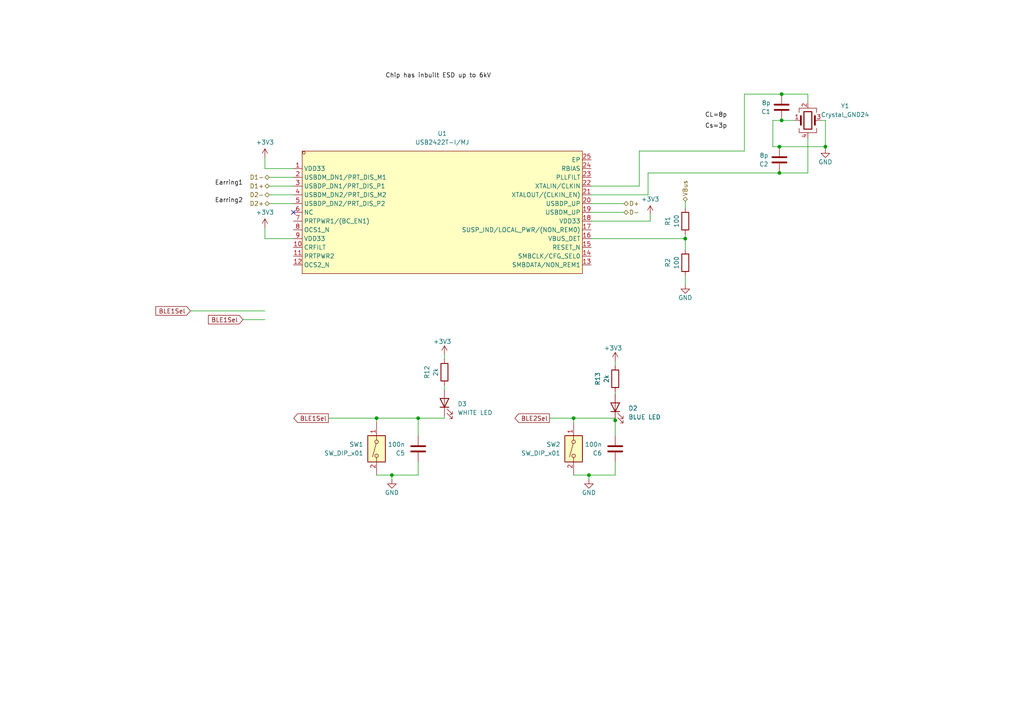
<source format=kicad_sch>
(kicad_sch (version 20230121) (generator eeschema)
  (paper "A4")
  (lib_symbols
    (symbol "Device:C" (pin_numbers hide) (pin_names (offset 0.254))
      (property "Reference" "C" (at 0.635 2.54 0))
      (property "Value" "C" (at 0.635 -2.54 0))
      (symbol "C_0_1"
        (polyline (pts (xy -2.032 -0.762) (xy 2.032 -0.762)) (stroke (width 0.508)))
        (polyline (pts (xy -2.032 0.762) (xy 2.032 0.762)) (stroke (width 0.508)))
      )
      (symbol "C_1_1"
        (pin passive line (at 0 3.81 270) (length 2.794) (name "~") (number "1"))
        (pin passive line (at 0 -3.81 90) (length 2.794) (name "~") (number "2"))
      )
    )
    (symbol "Device:Crystal_GND24" (pin_names (offset 1.016) hide)
      (property "Reference" "Y" (at 3.175 5.08 0))
      (property "Value" "Crystal_GND24" (at 3.175 3.175 0))
      (symbol "Crystal_GND24_0_1"
        (rectangle (start -1.143 2.54) (end 1.143 -2.54) (stroke (width 0.3048)))
        (polyline (pts (xy -2.54 0) (xy -2.032 0)))
        (polyline (pts (xy -2.032 -1.27) (xy -2.032 1.27)) (stroke (width 0.508)))
        (polyline (pts (xy 0 -3.81) (xy 0 -3.556)))
        (polyline (pts (xy 0 3.556) (xy 0 3.81)))
        (polyline (pts (xy 2.032 -1.27) (xy 2.032 1.27)) (stroke (width 0.508)))
        (polyline (pts (xy 2.032 0) (xy 2.54 0)))
        (polyline (pts (xy -2.54 -2.286) (xy -2.54 -3.556) (xy 2.54 -3.556) (xy 2.54 -2.286)))
        (polyline (pts (xy -2.54 2.286) (xy -2.54 3.556) (xy 2.54 3.556) (xy 2.54 2.286)))
      )
      (symbol "Crystal_GND24_1_1"
        (pin passive line (at -3.81 0 0) (length 1.27) (name "1") (number "1"))
        (pin passive line (at 0 5.08 270) (length 1.27) (name "2") (number "2"))
        (pin passive line (at 3.81 0 180) (length 1.27) (name "3") (number "3"))
        (pin passive line (at 0 -5.08 90) (length 1.27) (name "4") (number "4"))
      )
    )
    (symbol "Device:LED" (pin_numbers hide) (pin_names (offset 1.016) hide)
      (property "Reference" "D" (at 0 2.54 0))
      (property "Value" "LED" (at 0 -2.54 0))
      (symbol "LED_0_1"
        (polyline (pts (xy -1.27 -1.27) (xy -1.27 1.27)) (stroke (width 0.254)))
        (polyline (pts (xy -1.27 0) (xy 1.27 0)))
        (polyline (pts (xy 1.27 -1.27) (xy 1.27 1.27) (xy -1.27 0) (xy 1.27 -1.27)) (stroke (width 0.254)))
        (polyline (pts (xy -3.048 -0.762) (xy -4.572 -2.286) (xy -3.81 -2.286) (xy -4.572 -2.286) (xy -4.572 -1.524)))
        (polyline (pts (xy -1.778 -0.762) (xy -3.302 -2.286) (xy -2.54 -2.286) (xy -3.302 -2.286) (xy -3.302 -1.524)))
      )
      (symbol "LED_1_1"
        (pin passive line (at -3.81 0 0) (length 2.54) (name "K") (number "1"))
        (pin passive line (at 3.81 0 180) (length 2.54) (name "A") (number "2"))
      )
    )
    (symbol "Device:R" (pin_numbers hide) (pin_names (offset 0))
      (property "Reference" "R" (at 2.032 0 90))
      (property "Value" "R" (at 0 0 90))
      (symbol "R_0_1"
        (rectangle (start -1.016 -2.54) (end 1.016 2.54) (stroke (width 0.254)))
      )
      (symbol "R_1_1"
        (pin passive line (at 0 3.81 270) (length 1.27) (name "~") (number "1"))
        (pin passive line (at 0 -3.81 90) (length 1.27) (name "~") (number "2"))
      )
    )
    (symbol "Switch:SW_DIP_x01" (pin_names (offset 0) hide)
      (property "Reference" "SW" (at 0 3.81 0))
      (property "Value" "SW_DIP_x01" (at 0 -3.81 0))
      (symbol "SW_DIP_x01_0_0"
        (circle (center -2.032 0) (radius 0.508))
        (polyline (pts (xy -1.524 0.127) (xy 2.3622 1.1684)))
        (circle (center 2.032 0) (radius 0.508))
      )
      (symbol "SW_DIP_x01_0_1"
        (rectangle (start -3.81 2.54) (end 3.81 -2.54) (stroke (width 0.254)) (fill (type background)))
      )
      (symbol "SW_DIP_x01_1_1"
        (pin passive line (at -7.62 0 0) (length 5.08) (name "~") (number "1"))
        (pin passive line (at 7.62 0 180) (length 5.08) (name "~") (number "2"))
      )
    )
    (symbol "easyeda2kicad:USB2422T-I_MJ"
      (property "Reference" "U" (at 0 20.32 0))
      (property "Value" "USB2422T-I/MJ" (at 0 -20.32 0))
      (symbol "USB2422T-I_MJ_0_1"
        (rectangle (start -40.64 17.78) (end 40.64 -17.78) (fill (type background)))
        (circle (center -40.13 17.27) (radius 0.38))
        (pin unspecified line (at -43.18 12.7 0) (length 2.54) (name "VDD33") (number "1"))
        (pin unspecified line (at -43.18 -10.16 0) (length 2.54) (name "CRFILT") (number "10"))
        (pin unspecified line (at -43.18 -12.7 0) (length 2.54) (name "PRTPWR2") (number "11"))
        (pin unspecified line (at -43.18 -15.24 0) (length 2.54) (name "OCS2_N") (number "12"))
        (pin unspecified line (at 43.18 -15.24 180) (length 2.54) (name "SMBDATA/NON_REM1") (number "13"))
        (pin unspecified line (at 43.18 -12.7 180) (length 2.54) (name "SMBCLK/CFG_SEL0") (number "14"))
        (pin unspecified line (at 43.18 -10.16 180) (length 2.54) (name "RESET_N") (number "15"))
        (pin unspecified line (at 43.18 -7.62 180) (length 2.54) (name "VBUS_DET") (number "16"))
        (pin unspecified line (at 43.18 -5.08 180) (length 2.54) (name "SUSP_IND/LOCAL_PWR/(NON_REM0)") (number "17"))
        (pin unspecified line (at 43.18 -2.54 180) (length 2.54) (name "VDD33") (number "18"))
        (pin unspecified line (at 43.18 0 180) (length 2.54) (name "USBDM_UP") (number "19"))
        (pin unspecified line (at -43.18 10.16 0) (length 2.54) (name "USBDM_DN1/PRT_DIS_M1") (number "2"))
        (pin unspecified line (at 43.18 2.54 180) (length 2.54) (name "USBDP_UP") (number "20"))
        (pin unspecified line (at 43.18 5.08 180) (length 2.54) (name "XTALOUT/(CLKIN_EN)") (number "21"))
        (pin unspecified line (at 43.18 7.62 180) (length 2.54) (name "XTALIN/CLKIN") (number "22"))
        (pin unspecified line (at 43.18 10.16 180) (length 2.54) (name "PLLFILT") (number "23"))
        (pin unspecified line (at 43.18 12.7 180) (length 2.54) (name "RBIAS") (number "24"))
        (pin unspecified line (at 43.18 15.24 180) (length 2.54) (name "EP") (number "25"))
        (pin unspecified line (at -43.18 7.62 0) (length 2.54) (name "USBDP_DN1/PRT_DIS_P1") (number "3"))
        (pin unspecified line (at -43.18 5.08 0) (length 2.54) (name "USBDM_DN2/PRT_DIS_M2") (number "4"))
        (pin unspecified line (at -43.18 2.54 0) (length 2.54) (name "USBDP_DN2/PRT_DIS_P2") (number "5"))
        (pin unspecified line (at -43.18 0 0) (length 2.54) (name "NC") (number "6"))
        (pin unspecified line (at -43.18 -2.54 0) (length 2.54) (name "PRTPWR1/(BC_EN1)") (number "7"))
        (pin unspecified line (at -43.18 -5.08 0) (length 2.54) (name "OCS1_N") (number "8"))
        (pin unspecified line (at -43.18 -7.62 0) (length 2.54) (name "VDD33") (number "9"))
      )
    )
    (symbol "power:+3V3" (power) (pin_names (offset 0))
      (property "Value" "+3V3" (at 0 3.556 0))
      (symbol "+3V3_0_1"
        (polyline (pts (xy -0.762 1.27) (xy 0 2.54)))
        (polyline (pts (xy 0 0) (xy 0 2.54)))
        (polyline (pts (xy 0 2.54) (xy 0.762 1.27)))
      )
      (symbol "+3V3_1_1"
        (pin power_in line (at 0 0 90) (length 0) hide (name "+3V3") (number "1"))
      )
    )
    (symbol "power:GND" (power) (pin_names (offset 0))
      (property "Value" "GND" (at 0 -3.81 0))
      (symbol "GND_0_1"
        (polyline (pts (xy 0 0) (xy 0 -1.27) (xy 1.27 -1.27) (xy 0 -2.54) (xy -1.27 -1.27) (xy 0 -1.27)))
      )
      (symbol "GND_1_1"
        (pin power_in line (at 0 0 270) (length 0) hide (name "GND") (number "1"))
      )
    )
  )
  (junction (at 226.06 50.165))
  (junction (at 226.695 34.925))
  (junction (at 170.815 137.795))
  (junction (at 109.22 121.285))
  (junction (at 121.285 121.285))
  (junction (at 226.06 42.545))
  (junction (at 198.755 69.215))
  (junction (at 178.435 121.92))
  (junction (at 226.695 27.305))
  (junction (at 239.395 42.545))
  (junction (at 113.665 137.795))
  (junction (at 166.37 121.285))
  (no_connect (at 85.09 61.595))
  (wire (pts (xy 70.485 92.71) (xy 76.835 92.71)))
  (wire (pts (xy 226.695 27.305) (xy 234.315 27.305)))
  (wire (pts (xy 188.595 64.135) (xy 171.45 64.135)))
  (wire (pts (xy 166.37 121.285) (xy 178.435 121.285)))
  (wire (pts (xy 198.755 82.55) (xy 198.755 80.01)))
  (wire (pts (xy 76.835 66.04) (xy 76.835 69.215)))
  (wire (pts (xy 128.905 102.87) (xy 128.905 104.14)))
  (wire (pts (xy 198.755 72.39) (xy 198.755 69.215)))
  (wire (pts (xy 121.285 133.985) (xy 121.285 137.795)))
  (wire (pts (xy 85.09 69.215) (xy 76.835 69.215)))
  (wire (pts (xy 166.37 122.555) (xy 166.37 121.285)))
  (wire (pts (xy 95.25 121.285) (xy 109.22 121.285)))
  (wire (pts (xy 198.755 60.325) (xy 198.755 58.42)))
  (wire (pts (xy 230.505 34.925) (xy 226.695 34.925)))
  (wire (pts (xy 187.96 50.165) (xy 226.06 50.165)))
  (wire (pts (xy 198.755 67.945) (xy 198.755 69.215)))
  (wire (pts (xy 215.9 27.305) (xy 226.695 27.305)))
  (wire (pts (xy 198.755 69.215) (xy 171.45 69.215)))
  (wire (pts (xy 239.395 34.925) (xy 238.125 34.925)))
  (wire (pts (xy 215.9 43.815) (xy 215.9 27.305)))
  (wire (pts (xy 226.695 34.925) (xy 224.155 34.925)))
  (wire (pts (xy 113.665 137.795) (xy 109.22 137.795)))
  (wire (pts (xy 55.245 90.17) (xy 76.835 90.17)))
  (wire (pts (xy 224.155 34.925) (xy 224.155 42.545)))
  (wire (pts (xy 187.96 56.515) (xy 171.45 56.515)))
  (wire (pts (xy 178.435 104.775) (xy 178.435 106.045)))
  (wire (pts (xy 226.06 42.545) (xy 239.395 42.545)))
  (wire (pts (xy 78.105 56.515) (xy 85.09 56.515)))
  (wire (pts (xy 178.435 137.795) (xy 170.815 137.795)))
  (wire (pts (xy 78.105 59.055) (xy 85.09 59.055)))
  (wire (pts (xy 76.835 45.72) (xy 76.835 48.895)))
  (wire (pts (xy 234.315 50.165) (xy 234.315 40.005)))
  (wire (pts (xy 226.06 50.165) (xy 234.315 50.165)))
  (wire (pts (xy 185.42 43.815) (xy 215.9 43.815)))
  (wire (pts (xy 224.155 42.545) (xy 226.06 42.545)))
  (wire (pts (xy 180.975 59.055) (xy 171.45 59.055)))
  (wire (pts (xy 187.96 50.165) (xy 187.96 56.515)))
  (wire (pts (xy 185.42 53.975) (xy 171.45 53.975)))
  (wire (pts (xy 109.22 121.285) (xy 121.285 121.285)))
  (wire (pts (xy 178.435 133.985) (xy 178.435 137.795)))
  (wire (pts (xy 239.395 42.545) (xy 239.395 34.925)))
  (wire (pts (xy 128.905 111.76) (xy 128.905 113.03)))
  (wire (pts (xy 121.285 121.285) (xy 128.905 121.285)))
  (wire (pts (xy 170.815 137.795) (xy 166.37 137.795)))
  (wire (pts (xy 178.435 126.365) (xy 178.435 121.92)))
  (wire (pts (xy 121.285 137.795) (xy 113.665 137.795)))
  (wire (pts (xy 128.905 120.65) (xy 128.905 121.285)))
  (wire (pts (xy 234.315 27.305) (xy 234.315 29.845)))
  (wire (pts (xy 185.42 43.815) (xy 185.42 53.975)))
  (wire (pts (xy 188.595 62.23) (xy 188.595 64.135)))
  (wire (pts (xy 109.22 122.555) (xy 109.22 121.285)))
  (wire (pts (xy 180.975 61.595) (xy 171.45 61.595)))
  (wire (pts (xy 78.105 51.435) (xy 85.09 51.435)))
  (wire (pts (xy 159.385 121.285) (xy 166.37 121.285)))
  (wire (pts (xy 178.435 121.92) (xy 178.435 121.285)))
  (wire (pts (xy 121.285 126.365) (xy 121.285 121.285)))
  (wire (pts (xy 239.395 43.18) (xy 239.395 42.545)))
  (wire (pts (xy 78.105 53.975) (xy 85.09 53.975)))
  (wire (pts (xy 85.09 48.895) (xy 76.835 48.895)))
  (wire (pts (xy 113.665 137.795) (xy 113.665 139.065)))
  (wire (pts (xy 178.435 113.665) (xy 178.435 114.3)))
  (wire (pts (xy 170.815 137.795) (xy 170.815 139.065)))
  (label "Earring2" (at 70.485 59.055 180))
  (label "Cs=3p" (at 204.47 37.465 0))
  (label "Chip has inbuilt ESD up to 6kV" (at 111.76 22.86 0))
  (label "CL=8p" (at 204.47 34.29 0))
  (label "Earring1" (at 70.485 53.975 180))
  (global_label "BLE1Sel" (shape output) (at 95.25 121.285 180) (property "Intersheetrefs" "${INTERSHEET_REFS}" (effects hide)))
  (global_label "BLE2Sel" (shape output) (at 159.385 121.285 180) (property "Intersheetrefs" "${INTERSHEET_REFS}" (effects hide)))
  (global_label "BLE1Sel" (shape input) (at 55.245 90.17 180) (property "Intersheetrefs" "${INTERSHEET_REFS}" (effects hide)))
  (global_label "BLE1Sel" (shape input) (at 70.485 92.71 180) (property "Intersheetrefs" "${INTERSHEET_REFS}" (effects hide)))
  (hierarchical_label "D1-" (shape bidirectional) (at 78.105 51.435 180))
  (hierarchical_label "D-" (shape bidirectional) (at 180.975 61.595 0))
  (hierarchical_label "VBus" (shape bidirectional) (at 198.755 58.42 90))
  (hierarchical_label "D2+" (shape bidirectional) (at 78.105 59.055 180))
  (hierarchical_label "D+" (shape bidirectional) (at 180.975 59.055 0))
  (hierarchical_label "D1+" (shape bidirectional) (at 78.105 53.975 180))
  (hierarchical_label "D2-" (shape bidirectional) (at 78.105 56.515 180))
  (symbol (lib_id "Switch:SW_DIP_x01") (at 109.22 130.175 90) (mirror x) (unit 1)
    (property "Reference" "SW1" (at 105.41 128.905 90) (effects (justify left)))
    (property "Value" "SW_DIP_x01" (at 105.41 131.445 90) (effects (justify left)))
    (property "Footprint" "easyeda2kicad:KEY-SMD_L3.0-W2.5-LS4.0" (effects hide))
    (instances (project "Dock" (path "" (reference "SW1") (unit 1))) (project "BLEEarrings" (path "" (reference "SW2") (unit 1))))
  )
  (symbol (lib_id "power:+3V3") (at 178.435 104.775 0) (unit 1)
    (property "Reference" "#PWR022" (effects hide))
    (property "Value" "+3V3" (at 177.8 100.965 0))
    (instances (project "Dock" (path "" (reference "#PWR022") (unit 1))) (project "BLEEarrings" (path "" (reference "#PWR014") (unit 1))))
  )
  (symbol (lib_id "power:GND") (at 239.395 43.18 0) (unit 1)
    (property "Reference" "#PWR07" (effects hide))
    (property "Value" "GND" (at 239.395 46.99 0))
    (instances (project "Dock" (path "" (reference "#PWR07") (unit 1))) (project "BLEEarrings" (path "" (reference "#PWR013") (unit 1))))
  )
  (symbol (lib_id "easyeda2kicad:USB2422T-I_MJ") (at 128.27 61.595 0) (unit 1)
    (property "Reference" "U1" (at 128.27 38.735 0))
    (property "Value" "USB2422T-I/MJ" (at 128.27 41.275 0))
    (property "Footprint" "Temp:QFN-24_L4.0-W4.0-P0.50-TL-EP2.5" (effects hide))
    (property "LCSC Part" "C622610" (effects hide))
  )
  (symbol (lib_id "Device:LED") (at 128.905 116.84 90) (unit 1)
    (property "Reference" "D3" (at 132.715 117.1575 90) (effects (justify right)))
    (property "Value" "WHITE LED" (at 132.715 119.6975 90) (effects (justify right)))
    (property "Footprint" "LED_SMD:LED_0603_1608Metric_Pad1.05x0.95mm_HandSolder" (effects hide))
    (instances (project "Dock" (path "" (reference "D3") (unit 1))) (project "BLEEarrings" (path "" (reference "D2") (unit 1)) (path "" (reference "D4") (unit 1))))
  )
  (symbol (lib_id "power:+3V3") (at 76.835 66.04 0) (mirror y) (unit 1)
    (property "Reference" "#PWR05" (effects hide))
    (property "Value" "+3V3" (at 76.835 61.595 0))
  )
  (symbol (lib_id "power:GND") (at 170.815 139.065 0) (unit 1)
    (property "Reference" "#PWR021" (effects hide))
    (property "Value" "GND" (at 170.815 142.875 0))
    (instances (project "Dock" (path "" (reference "#PWR021") (unit 1))) (project "BLEEarrings" (path "" (reference "#PWR013") (unit 1))))
  )
  (symbol (lib_id "Device:LED") (at 178.435 118.11 90) (unit 1)
    (property "Reference" "D2" (at 182.245 118.4275 90) (effects (justify right)))
    (property "Value" "BLUE LED" (at 182.245 120.9675 90) (effects (justify right)))
    (property "Footprint" "LED_SMD:LED_0603_1608Metric_Pad1.05x0.95mm_HandSolder" (effects hide))
    (instances (project "Dock" (path "" (reference "D2") (unit 1))) (project "BLEEarrings" (path "" (reference "D2") (unit 1)) (path "" (reference "D4") (unit 1))))
  )
  (symbol (lib_id "Device:R") (at 198.755 76.2 180) (unit 1)
    (property "Reference" "R2" (at 193.675 76.2 90))
    (property "Value" "100" (at 196.215 76.2 90))
    (property "Footprint" "Resistor_SMD:R_0402_1005Metric_Pad0.72x0.64mm_HandSolder" (effects hide))
    (instances (project "Dock" (path "" (reference "R2") (unit 1))) (project "BLEEarrings" (path "" (reference "R8") (unit 1)) (path "" (reference "R2") (unit 1))))
  )
  (symbol (lib_id "Device:Crystal_GND24") (at 234.315 34.925 0) (unit 1)
    (property "Reference" "Y1" (at 245.11 30.7341 0))
    (property "Value" "Crystal_GND24" (at 245.11 33.2741 0))
    (property "Footprint" "easyeda2kicad:CRYSTAL-SMD_4P-L2.0-W1.6-BL" (effects hide))
  )
  (symbol (lib_id "Device:C") (at 121.285 130.175 180) (unit 1)
    (property "Reference" "C5" (at 117.475 131.445 0) (effects (justify left)))
    (property "Value" "100n" (at 117.475 128.905 0) (effects (justify left)))
    (property "Footprint" "Capacitor_SMD:C_0402_1005Metric_Pad0.74x0.62mm_HandSolder" (effects hide))
    (instances (project "Dock" (path "" (reference "C5") (unit 1))) (project "BLEEarrings" (path "" (reference "C14") (unit 1))))
  )
  (symbol (lib_id "power:GND") (at 198.755 82.55 0) (unit 1)
    (property "Reference" "#PWR06" (effects hide))
    (property "Value" "GND" (at 198.755 86.36 0))
    (instances (project "Dock" (path "" (reference "#PWR06") (unit 1))) (project "BLEEarrings" (path "" (reference "#PWR013") (unit 1))))
  )
  (symbol (lib_id "Switch:SW_DIP_x01") (at 166.37 130.175 90) (mirror x) (unit 1)
    (property "Reference" "SW2" (at 162.56 128.905 90) (effects (justify left)))
    (property "Value" "SW_DIP_x01" (at 162.56 131.445 90) (effects (justify left)))
    (property "Footprint" "easyeda2kicad:KEY-SMD_L3.0-W2.5-LS4.0" (effects hide))
  )
  (symbol (lib_id "Device:R") (at 128.905 107.95 180) (unit 1)
    (property "Reference" "R12" (at 123.825 107.95 90))
    (property "Value" "2k" (at 126.365 107.95 90))
    (property "Footprint" "Resistor_SMD:R_0402_1005Metric_Pad0.72x0.64mm_HandSolder" (effects hide))
    (instances (project "Dock" (path "" (reference "R12") (unit 1))) (project "BLEEarrings" (path "" (reference "R8") (unit 1)) (path "" (reference "R2") (unit 1))))
  )
  (symbol (lib_id "power:+3V3") (at 188.595 62.23 0) (mirror y) (unit 1)
    (property "Reference" "#PWR04" (effects hide))
    (property "Value" "+3V3" (at 188.595 57.785 0))
  )
  (symbol (lib_id "power:+3V3") (at 76.835 45.72 0) (mirror y) (unit 1)
    (property "Reference" "#PWR018" (effects hide))
    (property "Value" "+3V3" (at 76.835 41.275 0))
  )
  (symbol (lib_id "power:GND") (at 113.665 139.065 0) (unit 1)
    (property "Reference" "#PWR019" (effects hide))
    (property "Value" "GND" (at 113.665 142.875 0))
    (instances (project "Dock" (path "" (reference "#PWR019") (unit 1))) (project "BLEEarrings" (path "" (reference "#PWR013") (unit 1))))
  )
  (symbol (lib_id "Device:R") (at 198.755 64.135 180) (unit 1)
    (property "Reference" "R1" (at 193.675 64.135 90))
    (property "Value" "100" (at 196.215 64.135 90))
    (property "Footprint" "Resistor_SMD:R_0402_1005Metric_Pad0.72x0.64mm_HandSolder" (effects hide))
    (instances (project "Dock" (path "" (reference "R1") (unit 1))) (project "BLEEarrings" (path "" (reference "R8") (unit 1)) (path "" (reference "R2") (unit 1))))
  )
  (symbol (lib_id "Device:C") (at 226.06 46.355 180) (unit 1)
    (property "Reference" "C2" (at 222.885 47.625 0) (effects (justify left)))
    (property "Value" "8p" (at 222.885 45.085 0) (effects (justify left)))
    (property "Footprint" "Capacitor_SMD:C_0402_1005Metric_Pad0.74x0.62mm_HandSolder" (effects hide))
    (instances (project "Dock" (path "" (reference "C2") (unit 1))) (project "BLEEarrings" (path "" (reference "C16") (unit 1))))
  )
  (symbol (lib_id "Device:C") (at 226.695 31.115 180) (unit 1)
    (property "Reference" "C1" (at 223.52 32.385 0) (effects (justify left)))
    (property "Value" "8p" (at 223.52 29.845 0) (effects (justify left)))
    (property "Footprint" "Capacitor_SMD:C_0402_1005Metric_Pad0.74x0.62mm_HandSolder" (effects hide))
    (instances (project "Dock" (path "" (reference "C1") (unit 1))) (project "BLEEarrings" (path "" (reference "C16") (unit 1))))
  )
  (symbol (lib_id "power:+3V3") (at 128.905 102.87 0) (unit 1)
    (property "Reference" "#PWR020" (effects hide))
    (property "Value" "+3V3" (at 128.27 99.06 0))
    (instances (project "Dock" (path "" (reference "#PWR020") (unit 1))) (project "BLEEarrings" (path "" (reference "#PWR014") (unit 1))))
  )
  (symbol (lib_id "Device:C") (at 178.435 130.175 180) (unit 1)
    (property "Reference" "C6" (at 174.625 131.445 0) (effects (justify left)))
    (property "Value" "100n" (at 174.625 128.905 0) (effects (justify left)))
    (property "Footprint" "Capacitor_SMD:C_0402_1005Metric_Pad0.74x0.62mm_HandSolder" (effects hide))
    (instances (project "Dock" (path "" (reference "C6") (unit 1))) (project "BLEEarrings" (path "" (reference "C14") (unit 1))))
  )
  (symbol (lib_id "Device:R") (at 178.435 109.855 180) (unit 1)
    (property "Reference" "R13" (at 173.355 109.855 90))
    (property "Value" "2k" (at 175.895 109.855 90))
    (property "Footprint" "Resistor_SMD:R_0402_1005Metric_Pad0.72x0.64mm_HandSolder" (effects hide))
    (instances (project "Dock" (path "" (reference "R13") (unit 1))) (project "BLEEarrings" (path "" (reference "R8") (unit 1)) (path "" (reference "R2") (unit 1))))
  )
)
</source>
